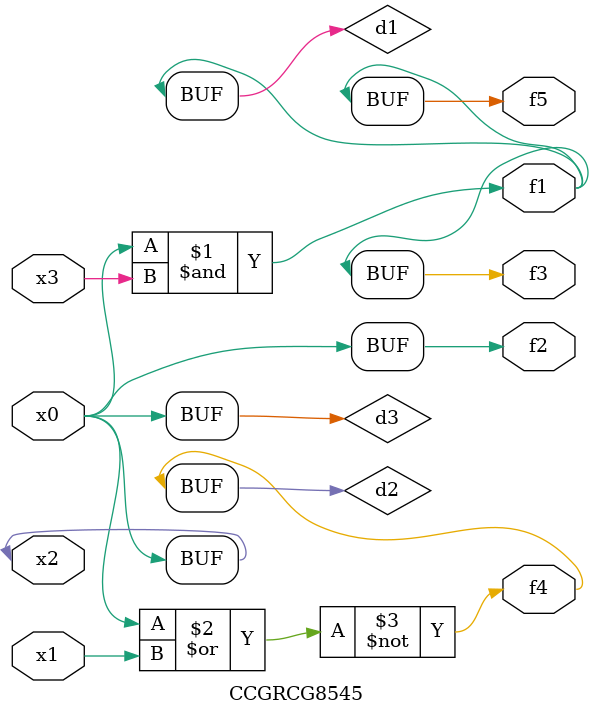
<source format=v>
module CCGRCG8545(
	input x0, x1, x2, x3,
	output f1, f2, f3, f4, f5
);

	wire d1, d2, d3;

	and (d1, x2, x3);
	nor (d2, x0, x1);
	buf (d3, x0, x2);
	assign f1 = d1;
	assign f2 = d3;
	assign f3 = d1;
	assign f4 = d2;
	assign f5 = d1;
endmodule

</source>
